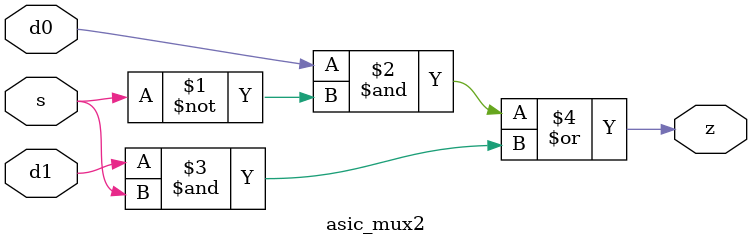
<source format=v>

module asic_mux2
   (
    input  d0,
    input  d1,
    input  s,
    output z
    );

   assign z = (d0 & ~s) | (d1 & s);

endmodule

</source>
